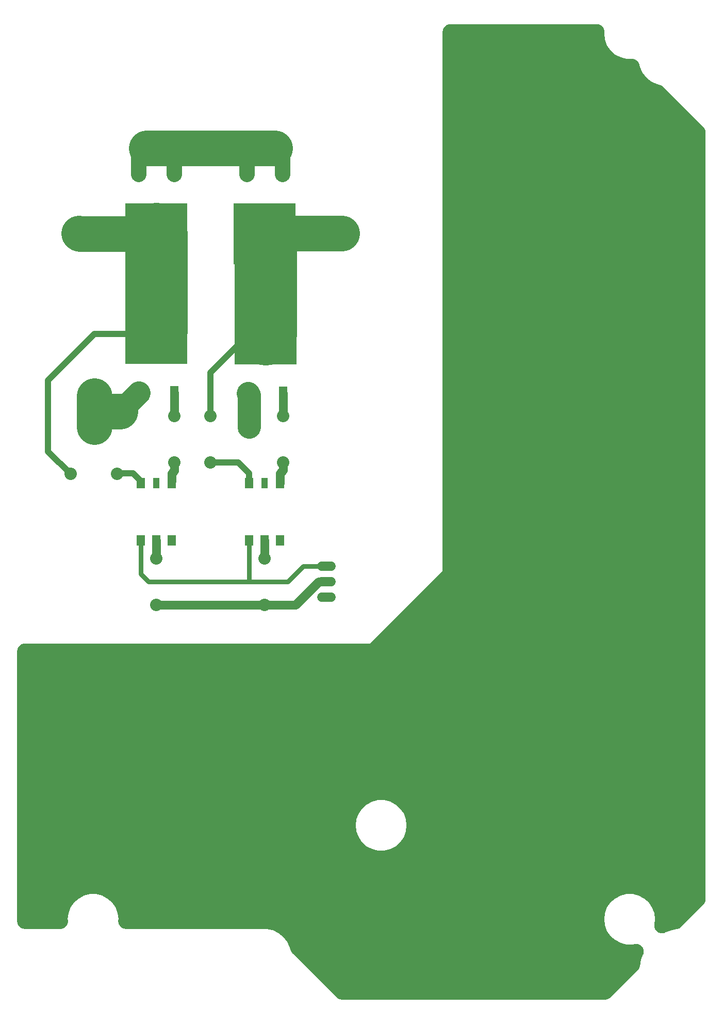
<source format=gbr>
G04 EAGLE Gerber RS-274X export*
G75*
%MOMM*%
%FSLAX34Y34*%
%LPD*%
%INTop Copper*%
%IPPOS*%
%AMOC8*
5,1,8,0,0,1.08239X$1,22.5*%
G01*
%ADD10R,1.320800X2.209800*%
%ADD11R,10.210800X10.007600*%
%ADD12R,1.450000X1.700000*%
%ADD13R,1.018200X1.700000*%
%ADD14C,1.508000*%
%ADD15C,3.810000*%
%ADD16C,2.032000*%
%ADD17C,2.540000*%
%ADD18C,5.842000*%
%ADD19C,10.261600*%
%ADD20C,1.016000*%
%ADD21C,3.048000*%
%ADD22C,3.810000*%
%ADD23C,1.397000*%
%ADD24C,0.762000*%

G36*
X990764Y25412D02*
X990764Y25412D01*
X990923Y25410D01*
X991267Y25432D01*
X991612Y25446D01*
X991770Y25465D01*
X991929Y25475D01*
X992270Y25524D01*
X992613Y25565D01*
X992769Y25597D01*
X992926Y25620D01*
X993262Y25696D01*
X993601Y25764D01*
X993754Y25808D01*
X993909Y25843D01*
X994238Y25946D01*
X994570Y26040D01*
X994719Y26096D01*
X994871Y26144D01*
X995190Y26272D01*
X995514Y26393D01*
X995658Y26460D01*
X995806Y26519D01*
X996115Y26673D01*
X996427Y26819D01*
X996565Y26897D01*
X996708Y26968D01*
X997004Y27146D01*
X997304Y27316D01*
X997435Y27405D01*
X997572Y27487D01*
X997853Y27688D01*
X998138Y27881D01*
X998262Y27981D01*
X998392Y28073D01*
X998655Y28295D01*
X998925Y28511D01*
X999041Y28620D01*
X999163Y28722D01*
X999585Y29125D01*
X1044071Y73611D01*
X1044359Y73923D01*
X1044651Y74231D01*
X1044701Y74293D01*
X1044755Y74352D01*
X1045017Y74686D01*
X1045283Y75016D01*
X1045328Y75081D01*
X1045378Y75144D01*
X1045613Y75498D01*
X1045852Y75848D01*
X1045891Y75916D01*
X1045936Y75983D01*
X1046142Y76354D01*
X1046353Y76722D01*
X1046387Y76794D01*
X1046425Y76864D01*
X1046602Y77250D01*
X1046783Y77633D01*
X1046811Y77708D01*
X1046844Y77780D01*
X1046989Y78179D01*
X1047139Y78576D01*
X1047161Y78653D01*
X1047188Y78727D01*
X1047301Y79136D01*
X1047419Y79544D01*
X1047442Y79647D01*
X1047457Y79699D01*
X1047474Y79788D01*
X1047546Y80114D01*
X1049677Y90827D01*
X1053219Y99378D01*
X1053255Y99474D01*
X1053296Y99567D01*
X1053429Y99945D01*
X1053568Y100323D01*
X1053595Y100422D01*
X1053629Y100518D01*
X1053732Y100907D01*
X1053840Y101294D01*
X1053860Y101394D01*
X1053886Y101493D01*
X1053957Y101887D01*
X1054035Y102282D01*
X1054046Y102384D01*
X1054064Y102484D01*
X1054104Y102884D01*
X1054150Y103284D01*
X1054154Y103385D01*
X1054164Y103487D01*
X1054172Y103890D01*
X1054186Y104291D01*
X1054181Y104392D01*
X1054183Y104495D01*
X1054159Y104896D01*
X1054142Y105297D01*
X1054129Y105399D01*
X1054123Y105501D01*
X1054067Y105897D01*
X1054018Y106298D01*
X1053997Y106398D01*
X1053983Y106499D01*
X1053896Y106891D01*
X1053815Y107285D01*
X1053787Y107382D01*
X1053765Y107482D01*
X1053646Y107868D01*
X1053535Y108253D01*
X1053499Y108348D01*
X1053469Y108446D01*
X1053320Y108820D01*
X1053178Y109195D01*
X1053135Y109288D01*
X1053097Y109383D01*
X1052920Y109743D01*
X1052749Y110107D01*
X1052698Y110195D01*
X1052653Y110287D01*
X1052448Y110632D01*
X1052248Y110981D01*
X1052190Y111066D01*
X1052138Y111153D01*
X1051906Y111481D01*
X1051679Y111813D01*
X1051615Y111893D01*
X1051556Y111976D01*
X1051298Y112285D01*
X1051046Y112598D01*
X1050976Y112671D01*
X1050911Y112750D01*
X1050629Y113038D01*
X1050353Y113329D01*
X1050278Y113398D01*
X1050206Y113471D01*
X1049903Y113735D01*
X1049605Y114004D01*
X1049523Y114066D01*
X1049447Y114133D01*
X1049125Y114371D01*
X1048805Y114617D01*
X1048719Y114672D01*
X1048637Y114733D01*
X1048297Y114945D01*
X1047959Y115164D01*
X1047869Y115213D01*
X1047782Y115267D01*
X1047426Y115452D01*
X1047072Y115643D01*
X1046979Y115684D01*
X1046888Y115731D01*
X1046517Y115888D01*
X1046150Y116050D01*
X1046054Y116083D01*
X1045960Y116123D01*
X1045577Y116250D01*
X1045199Y116382D01*
X1045100Y116408D01*
X1045003Y116440D01*
X1044613Y116536D01*
X1044224Y116638D01*
X1044123Y116657D01*
X1044024Y116681D01*
X1043628Y116745D01*
X1043232Y116816D01*
X1043130Y116826D01*
X1043030Y116843D01*
X1042630Y116876D01*
X1042229Y116915D01*
X1042127Y116917D01*
X1042025Y116926D01*
X1041623Y116927D01*
X1041222Y116934D01*
X1041120Y116928D01*
X1041018Y116928D01*
X1040617Y116897D01*
X1040216Y116873D01*
X1040115Y116859D01*
X1040013Y116851D01*
X1039615Y116789D01*
X1039218Y116733D01*
X1039118Y116710D01*
X1039017Y116695D01*
X1038448Y116568D01*
X1035917Y115944D01*
X1025893Y115944D01*
X1016159Y118343D01*
X1007283Y123002D01*
X999779Y129650D01*
X994084Y137900D01*
X990529Y147273D01*
X989321Y157225D01*
X990529Y167177D01*
X994084Y176550D01*
X999779Y184800D01*
X1007283Y191448D01*
X1016159Y196107D01*
X1025893Y198506D01*
X1035917Y198506D01*
X1045651Y196107D01*
X1054527Y191448D01*
X1062031Y184800D01*
X1067726Y176550D01*
X1071281Y167177D01*
X1072489Y157225D01*
X1071410Y148337D01*
X1071382Y147995D01*
X1071345Y147654D01*
X1071341Y147493D01*
X1071328Y147332D01*
X1071327Y146989D01*
X1071318Y146647D01*
X1071326Y146486D01*
X1071326Y146324D01*
X1071353Y145983D01*
X1071371Y145640D01*
X1071392Y145481D01*
X1071404Y145320D01*
X1071458Y144981D01*
X1071503Y144641D01*
X1071537Y144484D01*
X1071562Y144324D01*
X1071642Y143991D01*
X1071714Y143656D01*
X1071760Y143502D01*
X1071798Y143345D01*
X1071904Y143018D01*
X1072002Y142690D01*
X1072061Y142540D01*
X1072111Y142387D01*
X1072243Y142071D01*
X1072367Y141751D01*
X1072437Y141605D01*
X1072499Y141457D01*
X1072655Y141152D01*
X1072804Y140843D01*
X1072885Y140704D01*
X1072959Y140560D01*
X1073139Y140269D01*
X1073312Y139973D01*
X1073404Y139840D01*
X1073489Y139703D01*
X1073692Y139427D01*
X1073888Y139145D01*
X1073990Y139021D01*
X1074085Y138891D01*
X1074309Y138632D01*
X1074527Y138366D01*
X1074639Y138250D01*
X1074744Y138128D01*
X1074988Y137888D01*
X1075226Y137641D01*
X1075347Y137534D01*
X1075462Y137420D01*
X1075724Y137200D01*
X1075981Y136972D01*
X1076109Y136875D01*
X1076233Y136772D01*
X1076512Y136572D01*
X1076786Y136366D01*
X1076921Y136280D01*
X1077053Y136186D01*
X1077347Y136009D01*
X1077636Y135826D01*
X1077779Y135750D01*
X1077917Y135667D01*
X1078223Y135515D01*
X1078527Y135354D01*
X1078675Y135290D01*
X1078819Y135219D01*
X1079137Y135091D01*
X1079452Y134955D01*
X1079605Y134903D01*
X1079754Y134843D01*
X1080081Y134741D01*
X1080406Y134631D01*
X1080562Y134591D01*
X1080716Y134543D01*
X1081051Y134467D01*
X1081383Y134383D01*
X1081542Y134356D01*
X1081699Y134320D01*
X1082038Y134271D01*
X1082376Y134213D01*
X1082537Y134198D01*
X1082696Y134175D01*
X1083039Y134153D01*
X1083380Y134123D01*
X1083541Y134121D01*
X1083702Y134110D01*
X1084046Y134116D01*
X1084388Y134112D01*
X1084548Y134123D01*
X1084710Y134126D01*
X1085051Y134158D01*
X1085393Y134181D01*
X1085552Y134205D01*
X1085713Y134220D01*
X1086051Y134280D01*
X1086390Y134330D01*
X1086547Y134367D01*
X1086706Y134395D01*
X1087037Y134480D01*
X1087371Y134558D01*
X1087525Y134607D01*
X1087681Y134647D01*
X1088005Y134759D01*
X1088332Y134862D01*
X1088550Y134947D01*
X1088634Y134976D01*
X1088706Y135007D01*
X1088876Y135073D01*
X1097493Y138643D01*
X1108206Y140774D01*
X1108620Y140873D01*
X1109033Y140967D01*
X1109109Y140991D01*
X1109186Y141009D01*
X1109590Y141141D01*
X1109994Y141267D01*
X1110068Y141297D01*
X1110144Y141322D01*
X1110535Y141485D01*
X1110930Y141643D01*
X1111001Y141679D01*
X1111074Y141709D01*
X1111451Y141903D01*
X1111832Y142092D01*
X1111900Y142133D01*
X1111971Y142170D01*
X1112331Y142392D01*
X1112696Y142611D01*
X1112761Y142658D01*
X1112828Y142699D01*
X1113171Y142951D01*
X1113516Y143197D01*
X1113576Y143248D01*
X1113641Y143295D01*
X1113963Y143574D01*
X1114286Y143846D01*
X1114363Y143919D01*
X1114403Y143954D01*
X1114468Y144019D01*
X1114709Y144249D01*
X1152003Y181543D01*
X1152027Y181570D01*
X1152050Y181592D01*
X1152128Y181677D01*
X1152225Y181771D01*
X1152453Y182030D01*
X1152686Y182284D01*
X1152785Y182409D01*
X1152890Y182528D01*
X1153097Y182805D01*
X1153309Y183076D01*
X1153397Y183208D01*
X1153493Y183336D01*
X1153676Y183628D01*
X1153868Y183915D01*
X1153945Y184054D01*
X1154030Y184189D01*
X1154190Y184494D01*
X1154357Y184796D01*
X1154423Y184940D01*
X1154497Y185081D01*
X1154633Y185399D01*
X1154776Y185712D01*
X1154830Y185862D01*
X1154893Y186008D01*
X1155002Y186335D01*
X1155120Y186659D01*
X1155163Y186812D01*
X1155213Y186964D01*
X1155297Y187299D01*
X1155389Y187631D01*
X1155419Y187787D01*
X1155457Y187941D01*
X1155514Y188282D01*
X1155579Y188620D01*
X1155597Y188779D01*
X1155623Y188935D01*
X1155652Y189278D01*
X1155690Y189622D01*
X1155695Y189781D01*
X1155709Y189940D01*
X1155722Y190523D01*
X1155722Y1447777D01*
X1155719Y1447863D01*
X1155720Y1447934D01*
X1155717Y1447998D01*
X1155718Y1448095D01*
X1155696Y1448439D01*
X1155682Y1448784D01*
X1155664Y1448939D01*
X1155664Y1448940D01*
X1155663Y1448943D01*
X1155653Y1449101D01*
X1155604Y1449442D01*
X1155563Y1449785D01*
X1155531Y1449941D01*
X1155508Y1450098D01*
X1155432Y1450434D01*
X1155364Y1450773D01*
X1155320Y1450926D01*
X1155285Y1451081D01*
X1155182Y1451410D01*
X1155088Y1451742D01*
X1155032Y1451891D01*
X1154984Y1452043D01*
X1154856Y1452362D01*
X1154735Y1452686D01*
X1154668Y1452830D01*
X1154609Y1452978D01*
X1154455Y1453287D01*
X1154309Y1453599D01*
X1154231Y1453737D01*
X1154160Y1453880D01*
X1153982Y1454176D01*
X1153812Y1454476D01*
X1153723Y1454607D01*
X1153641Y1454744D01*
X1153440Y1455025D01*
X1153247Y1455310D01*
X1153147Y1455434D01*
X1153055Y1455564D01*
X1152833Y1455827D01*
X1152617Y1456097D01*
X1152508Y1456213D01*
X1152406Y1456335D01*
X1152003Y1456757D01*
X1086206Y1522553D01*
X1086025Y1522721D01*
X1085851Y1522895D01*
X1085655Y1523062D01*
X1085466Y1523237D01*
X1085272Y1523389D01*
X1085085Y1523549D01*
X1084876Y1523701D01*
X1084674Y1523860D01*
X1084468Y1523997D01*
X1084269Y1524141D01*
X1084049Y1524275D01*
X1083834Y1524418D01*
X1083619Y1524538D01*
X1083409Y1524666D01*
X1083179Y1524783D01*
X1082954Y1524908D01*
X1082730Y1525010D01*
X1082510Y1525122D01*
X1082272Y1525219D01*
X1082037Y1525327D01*
X1081805Y1525411D01*
X1081578Y1525504D01*
X1081332Y1525583D01*
X1081090Y1525671D01*
X1080852Y1525737D01*
X1080618Y1525812D01*
X1080180Y1525922D01*
X1080119Y1525939D01*
X1080094Y1525944D01*
X1080052Y1525955D01*
X1076037Y1526871D01*
X1066818Y1531311D01*
X1058818Y1537690D01*
X1052439Y1545690D01*
X1047999Y1554908D01*
X1047149Y1558634D01*
X1047098Y1558821D01*
X1047057Y1559009D01*
X1046967Y1559306D01*
X1046886Y1559607D01*
X1046821Y1559789D01*
X1046765Y1559974D01*
X1046651Y1560263D01*
X1046546Y1560556D01*
X1046467Y1560732D01*
X1046397Y1560912D01*
X1046261Y1561191D01*
X1046133Y1561475D01*
X1046040Y1561644D01*
X1045955Y1561818D01*
X1045797Y1562086D01*
X1045648Y1562358D01*
X1045542Y1562519D01*
X1045443Y1562686D01*
X1045265Y1562940D01*
X1045094Y1563200D01*
X1044976Y1563352D01*
X1044865Y1563511D01*
X1044667Y1563750D01*
X1044476Y1563995D01*
X1044345Y1564138D01*
X1044222Y1564287D01*
X1044006Y1564510D01*
X1043796Y1564739D01*
X1043655Y1564871D01*
X1043520Y1565010D01*
X1043286Y1565215D01*
X1043059Y1565427D01*
X1042908Y1565547D01*
X1042763Y1565675D01*
X1042513Y1565861D01*
X1042270Y1566054D01*
X1042110Y1566162D01*
X1041955Y1566278D01*
X1041692Y1566443D01*
X1041434Y1566617D01*
X1041266Y1566712D01*
X1041102Y1566815D01*
X1040827Y1566959D01*
X1040556Y1567111D01*
X1040381Y1567193D01*
X1040210Y1567282D01*
X1039924Y1567404D01*
X1039642Y1567535D01*
X1039460Y1567602D01*
X1039283Y1567678D01*
X1038988Y1567776D01*
X1038697Y1567884D01*
X1038511Y1567937D01*
X1038327Y1567998D01*
X1038026Y1568073D01*
X1037727Y1568158D01*
X1037537Y1568195D01*
X1037350Y1568242D01*
X1037043Y1568293D01*
X1036738Y1568354D01*
X1036546Y1568376D01*
X1036356Y1568408D01*
X1036046Y1568434D01*
X1035737Y1568470D01*
X1035544Y1568477D01*
X1035351Y1568494D01*
X1034768Y1568507D01*
X1025893Y1568507D01*
X1016159Y1570906D01*
X1007283Y1575565D01*
X999779Y1582213D01*
X994084Y1590463D01*
X990529Y1599836D01*
X989321Y1609788D01*
X989512Y1611364D01*
X989542Y1611733D01*
X989580Y1612100D01*
X989583Y1612234D01*
X989594Y1612369D01*
X989595Y1612739D01*
X989603Y1613107D01*
X989596Y1613242D01*
X989596Y1613376D01*
X989567Y1613744D01*
X989547Y1614113D01*
X989528Y1614247D01*
X989518Y1614381D01*
X989460Y1614746D01*
X989410Y1615112D01*
X989381Y1615243D01*
X989360Y1615376D01*
X989274Y1615736D01*
X989195Y1616096D01*
X989156Y1616225D01*
X989124Y1616356D01*
X989010Y1616708D01*
X988902Y1617061D01*
X988853Y1617186D01*
X988811Y1617314D01*
X988669Y1617656D01*
X988534Y1617999D01*
X988476Y1618120D01*
X988424Y1618244D01*
X988255Y1618573D01*
X988093Y1618905D01*
X988024Y1619021D01*
X987963Y1619141D01*
X987769Y1619454D01*
X987581Y1619773D01*
X987504Y1619883D01*
X987433Y1619998D01*
X987215Y1620295D01*
X987002Y1620598D01*
X986917Y1620701D01*
X986837Y1620810D01*
X986595Y1621090D01*
X986360Y1621374D01*
X986266Y1621470D01*
X986178Y1621573D01*
X985915Y1621832D01*
X985658Y1622097D01*
X985556Y1622186D01*
X985461Y1622280D01*
X985179Y1622518D01*
X984901Y1622762D01*
X984792Y1622843D01*
X984690Y1622929D01*
X984390Y1623143D01*
X984093Y1623365D01*
X983979Y1623437D01*
X983869Y1623515D01*
X983553Y1623705D01*
X983240Y1623902D01*
X983121Y1623964D01*
X983005Y1624034D01*
X982675Y1624198D01*
X982348Y1624369D01*
X982224Y1624422D01*
X982103Y1624482D01*
X981760Y1624620D01*
X981421Y1624765D01*
X981293Y1624808D01*
X981168Y1624858D01*
X980816Y1624968D01*
X980465Y1625085D01*
X980334Y1625118D01*
X980206Y1625158D01*
X979846Y1625240D01*
X979487Y1625329D01*
X979354Y1625351D01*
X979223Y1625381D01*
X978857Y1625434D01*
X978493Y1625495D01*
X978359Y1625506D01*
X978226Y1625525D01*
X977857Y1625549D01*
X977489Y1625581D01*
X977300Y1625585D01*
X977220Y1625590D01*
X977133Y1625589D01*
X976906Y1625594D01*
X736600Y1625594D01*
X736494Y1625590D01*
X736388Y1625592D01*
X735991Y1625570D01*
X735593Y1625554D01*
X735488Y1625542D01*
X735382Y1625536D01*
X734987Y1625482D01*
X734592Y1625435D01*
X734488Y1625414D01*
X734383Y1625399D01*
X733995Y1625314D01*
X733604Y1625236D01*
X733502Y1625207D01*
X733399Y1625184D01*
X733019Y1625069D01*
X732635Y1624960D01*
X732536Y1624922D01*
X732434Y1624892D01*
X732064Y1624746D01*
X731691Y1624607D01*
X731595Y1624562D01*
X731496Y1624524D01*
X731138Y1624349D01*
X730778Y1624181D01*
X730686Y1624129D01*
X730590Y1624082D01*
X730247Y1623880D01*
X729901Y1623684D01*
X729814Y1623624D01*
X729722Y1623571D01*
X729396Y1623342D01*
X729067Y1623119D01*
X728984Y1623052D01*
X728897Y1622992D01*
X728592Y1622738D01*
X728280Y1622489D01*
X728202Y1622416D01*
X728121Y1622349D01*
X727836Y1622072D01*
X727546Y1621799D01*
X727474Y1621721D01*
X727398Y1621647D01*
X727136Y1621348D01*
X726868Y1621053D01*
X726803Y1620970D01*
X726733Y1620890D01*
X726495Y1620570D01*
X726252Y1620256D01*
X726194Y1620167D01*
X726130Y1620082D01*
X725918Y1619745D01*
X725701Y1619412D01*
X725650Y1619319D01*
X725593Y1619229D01*
X725409Y1618877D01*
X725218Y1618528D01*
X725175Y1618431D01*
X725126Y1618337D01*
X724969Y1617970D01*
X724807Y1617607D01*
X724772Y1617508D01*
X724730Y1617410D01*
X724604Y1617032D01*
X724471Y1616658D01*
X724444Y1616555D01*
X724410Y1616454D01*
X724313Y1616067D01*
X724211Y1615684D01*
X724192Y1615580D01*
X724166Y1615477D01*
X724100Y1615083D01*
X724029Y1614693D01*
X724018Y1614587D01*
X724000Y1614483D01*
X723966Y1614086D01*
X723926Y1613690D01*
X723923Y1613584D01*
X723914Y1613478D01*
X723901Y1612895D01*
X723901Y729160D01*
X604340Y609599D01*
X38105Y609599D01*
X37999Y609595D01*
X37893Y609597D01*
X37496Y609575D01*
X37098Y609559D01*
X36993Y609547D01*
X36887Y609541D01*
X36492Y609487D01*
X36097Y609440D01*
X35993Y609419D01*
X35888Y609404D01*
X35500Y609319D01*
X35109Y609241D01*
X35007Y609212D01*
X34904Y609189D01*
X34524Y609074D01*
X34140Y608965D01*
X34041Y608927D01*
X33939Y608897D01*
X33569Y608751D01*
X33196Y608612D01*
X33100Y608567D01*
X33001Y608529D01*
X32643Y608354D01*
X32283Y608186D01*
X32191Y608134D01*
X32095Y608087D01*
X31752Y607885D01*
X31406Y607689D01*
X31319Y607629D01*
X31227Y607576D01*
X30901Y607347D01*
X30572Y607124D01*
X30489Y607057D01*
X30402Y606997D01*
X30097Y606743D01*
X29785Y606494D01*
X29707Y606421D01*
X29626Y606354D01*
X29341Y606077D01*
X29051Y605804D01*
X28979Y605726D01*
X28903Y605652D01*
X28640Y605353D01*
X28373Y605058D01*
X28308Y604975D01*
X28238Y604895D01*
X27999Y604575D01*
X27757Y604261D01*
X27699Y604172D01*
X27635Y604087D01*
X27423Y603750D01*
X27206Y603417D01*
X27155Y603324D01*
X27098Y603234D01*
X26914Y602882D01*
X26723Y602533D01*
X26680Y602436D01*
X26631Y602342D01*
X26474Y601975D01*
X26312Y601612D01*
X26277Y601513D01*
X26235Y601415D01*
X26108Y601037D01*
X25976Y600663D01*
X25949Y600560D01*
X25915Y600459D01*
X25818Y600072D01*
X25716Y599689D01*
X25697Y599585D01*
X25671Y599482D01*
X25605Y599088D01*
X25534Y598698D01*
X25523Y598592D01*
X25505Y598488D01*
X25471Y598090D01*
X25431Y597695D01*
X25428Y597589D01*
X25419Y597483D01*
X25406Y596900D01*
X25406Y154105D01*
X25410Y153999D01*
X25408Y153893D01*
X25430Y153496D01*
X25446Y153098D01*
X25458Y152993D01*
X25464Y152887D01*
X25518Y152492D01*
X25565Y152097D01*
X25586Y151993D01*
X25601Y151888D01*
X25686Y151500D01*
X25764Y151109D01*
X25793Y151007D01*
X25816Y150904D01*
X25931Y150524D01*
X26040Y150140D01*
X26078Y150041D01*
X26108Y149939D01*
X26254Y149569D01*
X26393Y149196D01*
X26438Y149100D01*
X26476Y149001D01*
X26651Y148643D01*
X26819Y148283D01*
X26871Y148191D01*
X26918Y148095D01*
X27120Y147752D01*
X27316Y147406D01*
X27376Y147319D01*
X27429Y147227D01*
X27658Y146901D01*
X27881Y146572D01*
X27948Y146489D01*
X28008Y146402D01*
X28262Y146097D01*
X28511Y145785D01*
X28584Y145707D01*
X28651Y145626D01*
X28928Y145341D01*
X29201Y145051D01*
X29279Y144979D01*
X29353Y144903D01*
X29652Y144640D01*
X29947Y144373D01*
X30030Y144308D01*
X30110Y144238D01*
X30430Y144000D01*
X30744Y143757D01*
X30833Y143699D01*
X30918Y143635D01*
X31255Y143423D01*
X31588Y143206D01*
X31681Y143155D01*
X31771Y143098D01*
X32123Y142914D01*
X32472Y142723D01*
X32569Y142680D01*
X32663Y142631D01*
X33030Y142474D01*
X33393Y142312D01*
X33492Y142277D01*
X33590Y142235D01*
X33968Y142108D01*
X34342Y141976D01*
X34445Y141949D01*
X34546Y141915D01*
X34933Y141818D01*
X35316Y141716D01*
X35420Y141697D01*
X35523Y141671D01*
X35917Y141605D01*
X36307Y141534D01*
X36413Y141523D01*
X36517Y141505D01*
X36914Y141471D01*
X37310Y141431D01*
X37416Y141428D01*
X37522Y141419D01*
X38105Y141406D01*
X96035Y141406D01*
X96404Y141420D01*
X96774Y141427D01*
X96908Y141440D01*
X97042Y141446D01*
X97410Y141490D01*
X97777Y141526D01*
X97909Y141549D01*
X98043Y141565D01*
X98405Y141638D01*
X98768Y141703D01*
X98899Y141737D01*
X99031Y141764D01*
X99387Y141865D01*
X99743Y141959D01*
X99870Y142003D01*
X100000Y142040D01*
X100347Y142170D01*
X100695Y142291D01*
X100818Y142346D01*
X100944Y142393D01*
X101279Y142549D01*
X101617Y142698D01*
X101736Y142762D01*
X101857Y142819D01*
X102178Y143001D01*
X102504Y143176D01*
X102617Y143250D01*
X102734Y143316D01*
X103039Y143523D01*
X103350Y143724D01*
X103457Y143806D01*
X103568Y143881D01*
X103857Y144112D01*
X104150Y144336D01*
X104250Y144426D01*
X104355Y144511D01*
X104625Y144764D01*
X104899Y145011D01*
X104991Y145108D01*
X105090Y145201D01*
X105339Y145474D01*
X105592Y145742D01*
X105677Y145847D01*
X105767Y145947D01*
X105994Y146239D01*
X106225Y146526D01*
X106301Y146637D01*
X106384Y146744D01*
X106585Y147053D01*
X106794Y147358D01*
X106861Y147475D01*
X106935Y147588D01*
X107111Y147912D01*
X107295Y148232D01*
X107353Y148354D01*
X107417Y148472D01*
X107568Y148809D01*
X107725Y149144D01*
X107773Y149270D01*
X107828Y149393D01*
X107951Y149740D01*
X108082Y150086D01*
X108119Y150215D01*
X108164Y150342D01*
X108260Y150699D01*
X108363Y151054D01*
X108390Y151186D01*
X108425Y151316D01*
X108491Y151679D01*
X108566Y152041D01*
X108582Y152175D01*
X108607Y152307D01*
X108644Y152674D01*
X108690Y153041D01*
X108696Y153176D01*
X108710Y153310D01*
X108718Y153678D01*
X108735Y154048D01*
X108730Y154183D01*
X108733Y154317D01*
X108712Y154685D01*
X108699Y155055D01*
X108681Y155243D01*
X108676Y155323D01*
X108664Y155410D01*
X108642Y155636D01*
X108449Y157225D01*
X109657Y167177D01*
X113212Y176550D01*
X118907Y184800D01*
X126411Y191448D01*
X135287Y196107D01*
X145021Y198506D01*
X155045Y198506D01*
X164779Y196107D01*
X173655Y191448D01*
X181159Y184800D01*
X186854Y176550D01*
X190409Y167177D01*
X191617Y157225D01*
X191424Y155636D01*
X191394Y155267D01*
X191356Y154900D01*
X191353Y154766D01*
X191342Y154631D01*
X191342Y154261D01*
X191333Y153893D01*
X191341Y153758D01*
X191340Y153624D01*
X191369Y153255D01*
X191390Y152887D01*
X191408Y152753D01*
X191419Y152619D01*
X191476Y152254D01*
X191526Y151888D01*
X191555Y151756D01*
X191576Y151624D01*
X191663Y151265D01*
X191741Y150904D01*
X191781Y150775D01*
X191812Y150644D01*
X191927Y150293D01*
X192034Y149939D01*
X192083Y149814D01*
X192125Y149686D01*
X192267Y149345D01*
X192402Y149001D01*
X192461Y148880D01*
X192513Y148756D01*
X192682Y148427D01*
X192843Y148095D01*
X192912Y147979D01*
X192973Y147859D01*
X193167Y147546D01*
X193355Y147227D01*
X193433Y147117D01*
X193503Y147002D01*
X193722Y146705D01*
X193934Y146402D01*
X194020Y146298D01*
X194100Y146190D01*
X194341Y145910D01*
X194577Y145626D01*
X194670Y145530D01*
X194759Y145427D01*
X195022Y145168D01*
X195279Y144903D01*
X195380Y144814D01*
X195476Y144720D01*
X195758Y144482D01*
X196036Y144238D01*
X196144Y144157D01*
X196247Y144071D01*
X196547Y143857D01*
X196843Y143635D01*
X196958Y143563D01*
X197067Y143485D01*
X197383Y143295D01*
X197696Y143098D01*
X197816Y143036D01*
X197931Y142966D01*
X198262Y142802D01*
X198589Y142631D01*
X198713Y142578D01*
X198833Y142518D01*
X199176Y142380D01*
X199516Y142235D01*
X199643Y142193D01*
X199769Y142142D01*
X200121Y142032D01*
X200471Y141915D01*
X200602Y141882D01*
X200731Y141842D01*
X201090Y141760D01*
X201449Y141671D01*
X201582Y141649D01*
X201713Y141619D01*
X202079Y141566D01*
X202443Y141505D01*
X202577Y141494D01*
X202711Y141475D01*
X203079Y141451D01*
X203447Y141419D01*
X203636Y141415D01*
X203716Y141410D01*
X203805Y141411D01*
X204031Y141406D01*
X424298Y141406D01*
X424307Y141406D01*
X424317Y141406D01*
X424809Y141426D01*
X425305Y141446D01*
X425315Y141447D01*
X425324Y141447D01*
X425501Y141469D01*
X434541Y141469D01*
X434613Y141463D01*
X435025Y141427D01*
X441191Y140019D01*
X441314Y139996D01*
X441435Y139966D01*
X441514Y139953D01*
X441687Y139909D01*
X441749Y139892D01*
X441774Y139887D01*
X441817Y139876D01*
X445091Y139129D01*
X454310Y134689D01*
X462310Y128310D01*
X468689Y120310D01*
X473129Y111091D01*
X473876Y107817D01*
X473941Y107579D01*
X473995Y107339D01*
X474072Y107093D01*
X474139Y106844D01*
X474222Y106612D01*
X474296Y106377D01*
X474392Y106138D01*
X474479Y105895D01*
X474580Y105670D01*
X474672Y105442D01*
X474786Y105212D01*
X474892Y104976D01*
X475011Y104760D01*
X475120Y104540D01*
X475253Y104319D01*
X475377Y104093D01*
X475513Y103887D01*
X475639Y103676D01*
X475789Y103466D01*
X475931Y103251D01*
X476082Y103057D01*
X476225Y102856D01*
X476391Y102659D01*
X476550Y102456D01*
X476716Y102274D01*
X476874Y102085D01*
X477187Y101758D01*
X477229Y101712D01*
X477247Y101695D01*
X477277Y101663D01*
X549815Y29125D01*
X549932Y29017D01*
X550043Y28903D01*
X550302Y28675D01*
X550556Y28442D01*
X550681Y28343D01*
X550800Y28238D01*
X551077Y28031D01*
X551348Y27819D01*
X551480Y27731D01*
X551608Y27635D01*
X551900Y27452D01*
X552187Y27260D01*
X552326Y27183D01*
X552461Y27098D01*
X552766Y26938D01*
X553068Y26771D01*
X553212Y26705D01*
X553353Y26631D01*
X553671Y26495D01*
X553984Y26352D01*
X554134Y26298D01*
X554280Y26235D01*
X554607Y26126D01*
X554931Y26008D01*
X555084Y25965D01*
X555236Y25915D01*
X555571Y25831D01*
X555903Y25739D01*
X556059Y25709D01*
X556213Y25671D01*
X556554Y25614D01*
X556892Y25549D01*
X557051Y25531D01*
X557207Y25505D01*
X557550Y25476D01*
X557894Y25438D01*
X558053Y25433D01*
X558212Y25419D01*
X558795Y25406D01*
X990605Y25406D01*
X990764Y25412D01*
G37*
%LPC*%
G36*
X617893Y269944D02*
X617893Y269944D01*
X608159Y272343D01*
X599283Y277002D01*
X591779Y283650D01*
X586084Y291900D01*
X582529Y301273D01*
X581321Y311225D01*
X582529Y321177D01*
X586084Y330550D01*
X591779Y338800D01*
X599283Y345448D01*
X608159Y350107D01*
X617893Y352506D01*
X627917Y352506D01*
X637651Y350107D01*
X646527Y345448D01*
X654031Y338800D01*
X659726Y330550D01*
X663281Y321177D01*
X664489Y311225D01*
X663281Y301273D01*
X659726Y291900D01*
X654031Y283650D01*
X646527Y277002D01*
X637651Y272343D01*
X627917Y269944D01*
X617893Y269944D01*
G37*
%LPD*%
D10*
X282956Y1379093D03*
X225044Y1379093D03*
D11*
X254000Y1281684D03*
D10*
X460756Y1379093D03*
X402844Y1379093D03*
D11*
X431800Y1281684D03*
D12*
X228600Y778500D03*
X254000Y778500D03*
X279400Y778500D03*
X279400Y872500D03*
D13*
X254000Y872500D03*
D12*
X228600Y872500D03*
X406400Y778500D03*
X431800Y778500D03*
X457200Y778500D03*
X457200Y872500D03*
D13*
X431800Y872500D03*
D12*
X406400Y872500D03*
D10*
X225044Y1021207D03*
X282956Y1021207D03*
D11*
X254000Y1118616D03*
D10*
X404114Y1019937D03*
X462026Y1019937D03*
D11*
X433070Y1117346D03*
D14*
X525860Y736600D02*
X540940Y736600D01*
X540940Y711200D02*
X525860Y711200D01*
X525860Y685800D02*
X540940Y685800D01*
D15*
X127000Y1282700D03*
X558800Y1282700D03*
X152400Y1016000D03*
X342900Y1422400D03*
X406400Y965200D03*
X152400Y965200D03*
D16*
X431800Y673100D03*
X431800Y749300D03*
X254000Y673100D03*
X254000Y749300D03*
X283210Y982980D03*
X283210Y906780D03*
X462280Y982980D03*
X462280Y906780D03*
X342900Y982980D03*
X342900Y906780D03*
X113030Y887730D03*
X189230Y887730D03*
D17*
X225044Y1409700D02*
X237744Y1422400D01*
X225044Y1409700D02*
X225044Y1379093D01*
D18*
X237744Y1422400D02*
X292100Y1422400D01*
X342900Y1422400D01*
D17*
X460756Y1409700D02*
X460756Y1379093D01*
X460756Y1409700D02*
X448056Y1422400D01*
D18*
X393700Y1422400D01*
X342900Y1422400D01*
D17*
X402844Y1413256D02*
X402844Y1379093D01*
X402844Y1413256D02*
X393700Y1422400D01*
X282956Y1413256D02*
X282956Y1379093D01*
X282956Y1413256D02*
X292100Y1422400D01*
D18*
X431800Y1281684D02*
X433070Y1280414D01*
D19*
X433070Y1117346D01*
D20*
X406146Y1117346D01*
X342900Y1054100D01*
X342900Y982980D01*
D18*
X431800Y1281684D02*
X432816Y1282700D01*
X558800Y1282700D01*
D21*
X406400Y1193800D03*
X457200Y1193800D03*
D20*
X291084Y1118616D02*
X254000Y1118616D01*
X152400Y1117600D02*
X76200Y1041400D01*
X252984Y1117600D02*
X254000Y1118616D01*
X252984Y1117600D02*
X152400Y1117600D01*
X76200Y924560D02*
X113030Y887730D01*
X76200Y924560D02*
X76200Y1041400D01*
D18*
X128016Y1281684D02*
X254000Y1281684D01*
X128016Y1281684D02*
X127000Y1282700D01*
D19*
X254000Y1281684D02*
X254000Y1122680D01*
D21*
X279400Y1193800D03*
X228600Y1193800D03*
D22*
X225044Y1021207D02*
X194437Y990600D01*
X190500Y990600D01*
D18*
X194437Y990600D02*
X152400Y990600D01*
X152400Y965200D01*
X152400Y990600D02*
X152400Y1016000D01*
D23*
X283210Y906780D02*
X283210Y892810D01*
X279400Y889000D01*
X279400Y876300D01*
X462280Y894080D02*
X462280Y906780D01*
X462280Y894080D02*
X457200Y889000D01*
X457200Y872500D01*
X431800Y778500D02*
X431800Y749300D01*
X254000Y749300D02*
X254000Y778500D01*
D24*
X228600Y723900D02*
X241300Y711200D01*
X228600Y723900D02*
X228600Y778500D01*
X495300Y736600D02*
X533400Y736600D01*
X495300Y736600D02*
X469900Y711200D01*
X406400Y711200D01*
X241300Y711200D01*
X406400Y711200D02*
X406400Y778500D01*
D23*
X431800Y673100D02*
X254000Y673100D01*
X431800Y673100D02*
X482600Y673100D01*
X520700Y711200D02*
X533400Y711200D01*
X520700Y711200D02*
X482600Y673100D01*
X283210Y982980D02*
X282956Y983234D01*
X282956Y1021207D01*
X462026Y1019937D02*
X462026Y983234D01*
X462280Y982980D01*
D22*
X406400Y1017651D02*
X404114Y1019937D01*
X406400Y1017651D02*
X406400Y965200D01*
D20*
X388620Y906780D02*
X406400Y889000D01*
X406400Y872500D01*
X388620Y906780D02*
X342900Y906780D01*
X190500Y889000D02*
X189230Y887730D01*
X190500Y889000D02*
X215900Y889000D01*
X228600Y876300D01*
X228600Y872500D01*
M02*

</source>
